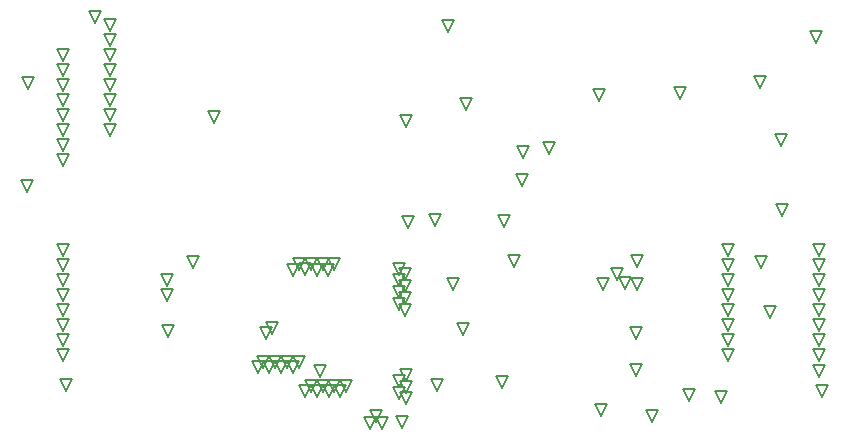
<source format=gbr>
%TF.GenerationSoftware,Altium Limited,Altium Designer,20.0.13 (296)*%
G04 Layer_Color=2752767*
%FSLAX26Y26*%
%MOIN*%
%TF.FileFunction,Drawing*%
%TF.Part,Single*%
G01*
G75*
%TA.AperFunction,NonConductor*%
%ADD93C,0.005000*%
D93*
X1599409Y1341220D02*
X1579409Y1381220D01*
X1619409D01*
X1599409Y1341220D01*
X819882Y1036102D02*
X799882Y1076102D01*
X839882D01*
X819882Y1036102D01*
X424213Y1368780D02*
X404213Y1408780D01*
X444213D01*
X424213Y1368780D01*
X199803Y1149291D02*
X179803Y1189291D01*
X219803D01*
X199803Y1149291D01*
X195866Y805787D02*
X175866Y845787D01*
X215866D01*
X195866Y805787D01*
X326772Y143386D02*
X306772Y183386D01*
X346772D01*
X326772Y143386D01*
X667323Y321535D02*
X647323Y361535D01*
X687323D01*
X667323Y321535D01*
X750000Y552835D02*
X730000Y592835D01*
X770000D01*
X750000Y552835D01*
X1464567Y685709D02*
X1444567Y725709D01*
X1484567D01*
X1464567Y685709D01*
X1659449Y1078425D02*
X1639449Y1118425D01*
X1679449D01*
X1659449Y1078425D01*
X1458661Y1024291D02*
X1438661Y1064291D01*
X1478661D01*
X1458661Y1024291D01*
X1785433Y688661D02*
X1765433Y728661D01*
X1805433D01*
X1785433Y688661D01*
X1844488Y826457D02*
X1824488Y866457D01*
X1864488D01*
X1844488Y826457D01*
X1848425Y919961D02*
X1828425Y959961D01*
X1868425D01*
X1848425Y919961D01*
X1936024Y933740D02*
X1916024Y973740D01*
X1956024D01*
X1936024Y933740D01*
X2102362Y1109921D02*
X2082362Y1149921D01*
X2122362D01*
X2102362Y1109921D01*
X2372047Y1114842D02*
X2352047Y1154842D01*
X2392047D01*
X2372047Y1114842D01*
X2825787Y1302835D02*
X2805787Y1342835D01*
X2845787D01*
X2825787Y1302835D01*
X2639764Y1154213D02*
X2619764Y1194213D01*
X2659764D01*
X2639764Y1154213D01*
X2707677Y958346D02*
X2687677Y998346D01*
X2727677D01*
X2707677Y958346D01*
X2713583Y728032D02*
X2693583Y768032D01*
X2733583D01*
X2713583Y728032D01*
X2847441Y123701D02*
X2827441Y163701D01*
X2867441D01*
X2847441Y123701D01*
X2641732Y553819D02*
X2621732Y593819D01*
X2661732D01*
X2641732Y553819D01*
X2672244Y385512D02*
X2652244Y425512D01*
X2692244D01*
X2672244Y385512D01*
X2401575Y108937D02*
X2381575Y148937D01*
X2421575D01*
X2401575Y108937D01*
X2510827Y102047D02*
X2490827Y142047D01*
X2530827D01*
X2510827Y102047D01*
X2109252Y59724D02*
X2089252Y99724D01*
X2129252D01*
X2109252Y59724D01*
X1780512Y154213D02*
X1760512Y194213D01*
X1800512D01*
X1780512Y154213D01*
X1563976Y142402D02*
X1543976Y182402D01*
X1583976D01*
X1563976Y142402D01*
X1446850Y18386D02*
X1426850Y58386D01*
X1466850D01*
X1446850Y18386D01*
X1171260Y190630D02*
X1151260Y230630D01*
X1191260D01*
X1171260Y190630D01*
X2224409Y316122D02*
X2204409Y356122D01*
X2244409D01*
X2224409Y316122D01*
X1557087Y691614D02*
X1537087Y731614D01*
X1577087D01*
X1557087Y691614D01*
X1123241Y528477D02*
X1103241Y568477D01*
X1143241D01*
X1123241Y528477D01*
X1220473Y546929D02*
X1200473Y586929D01*
X1240473D01*
X1220473Y546929D01*
X1102362D02*
X1082362Y586929D01*
X1122362D01*
X1102362Y546929D01*
X1141226D02*
X1121226Y586929D01*
X1161226D01*
X1141226Y546929D01*
X1181102D02*
X1161102Y586929D01*
X1201102D01*
X1181102Y546929D01*
X984252Y221142D02*
X964252Y261142D01*
X1004252D01*
X984252Y221142D01*
X1102362D02*
X1082362Y261142D01*
X1122362D01*
X1102362Y221142D01*
X2531496Y542402D02*
X2511496Y582402D01*
X2551496D01*
X2531496Y542402D01*
X2224409Y193583D02*
X2204409Y233583D01*
X2244409D01*
X2224409Y193583D01*
X2278008Y39055D02*
X2258008Y79055D01*
X2298008D01*
X2278008Y39055D01*
X2836614Y242402D02*
X2816614Y282402D01*
X2856614D01*
X2836614Y242402D01*
X2834646Y292402D02*
X2814646Y332402D01*
X2854646D01*
X2834646Y292402D01*
Y592402D02*
X2814646Y632402D01*
X2854646D01*
X2834646Y592402D01*
X2188976Y481969D02*
X2168976Y521969D01*
X2208976D01*
X2188976Y481969D01*
X2229331Y555787D02*
X2209331Y595787D01*
X2249331D01*
X2229331Y555787D01*
Y480000D02*
X2209331Y520000D01*
X2249331D01*
X2229331Y480000D01*
X2116142D02*
X2096142Y520000D01*
X2136142D01*
X2116142Y480000D01*
X1819882Y555787D02*
X1799882Y595787D01*
X1839882D01*
X1819882Y555787D01*
X1647638Y331378D02*
X1627638Y371378D01*
X1667638D01*
X1647638Y331378D01*
X2163386Y511496D02*
X2143386Y551496D01*
X2183386D01*
X2163386Y511496D01*
X1616142Y480000D02*
X1596142Y520000D01*
X1636142D01*
X1616142Y480000D01*
X1013487Y334584D02*
X993487Y374584D01*
X1033487D01*
X1013487Y334584D01*
X1458898Y176850D02*
X1438898Y216850D01*
X1478898D01*
X1458898Y176850D01*
Y137480D02*
X1438898Y177480D01*
X1478898D01*
X1458898Y137480D01*
X2834717Y191237D02*
X2814717Y231237D01*
X2854717D01*
X2834717Y191237D01*
X2834646Y342402D02*
X2814646Y382402D01*
X2854646D01*
X2834646Y342402D01*
Y492402D02*
X2814646Y532402D01*
X2854646D01*
X2834646Y492402D01*
Y542402D02*
X2814646Y582402D01*
X2854646D01*
X2834646Y542402D01*
Y392402D02*
X2814646Y432402D01*
X2854646D01*
X2834646Y392402D01*
Y442402D02*
X2814646Y482402D01*
X2854646D01*
X2834646Y442402D01*
X1161417Y527284D02*
X1141417Y567284D01*
X1181417D01*
X1161417Y527284D01*
X1200787D02*
X1180787Y567284D01*
X1220787D01*
X1200787Y527284D01*
X1082677D02*
X1062677Y567284D01*
X1102677D01*
X1082677Y527284D01*
X314961Y542402D02*
X294961Y582402D01*
X334961D01*
X314961Y542402D01*
Y392402D02*
X294961Y432402D01*
X334961D01*
X314961Y392402D01*
X472441Y992402D02*
X452441Y1032402D01*
X492441D01*
X472441Y992402D01*
X1437047Y531181D02*
X1417047Y571181D01*
X1457047D01*
X1437047Y531181D01*
X2531496Y242402D02*
X2511496Y282402D01*
X2551496D01*
X2531496Y242402D01*
Y292402D02*
X2511496Y332402D01*
X2551496D01*
X2531496Y292402D01*
Y342402D02*
X2511496Y382402D01*
X2551496D01*
X2531496Y342402D01*
Y392402D02*
X2511496Y432402D01*
X2551496D01*
X2531496Y392402D01*
Y442402D02*
X2511496Y482402D01*
X2551496D01*
X2531496Y442402D01*
Y492402D02*
X2511496Y532402D01*
X2551496D01*
X2531496Y492402D01*
Y592402D02*
X2511496Y632402D01*
X2551496D01*
X2531496Y592402D01*
X661417Y442402D02*
X641417Y482402D01*
X681417D01*
X661417Y442402D01*
X993841Y314899D02*
X973841Y354899D01*
X1013841D01*
X993841Y314899D01*
X661417Y492402D02*
X641417Y532402D01*
X681417D01*
X661417Y492402D01*
X473425Y1043579D02*
X453425Y1083579D01*
X493425D01*
X473425Y1043579D01*
X1082677Y201496D02*
X1062677Y241496D01*
X1102677D01*
X1082677Y201496D01*
X1062992Y221142D02*
X1042992Y261142D01*
X1082992D01*
X1062992Y221142D01*
X1043814Y201496D02*
X1023814Y241496D01*
X1063814D01*
X1043814Y201496D01*
X1023622Y221142D02*
X1003622Y261142D01*
X1043622D01*
X1023622Y221142D01*
X1003937Y201496D02*
X983937Y241496D01*
X1023937D01*
X1003937Y201496D01*
X964567D02*
X944567Y241496D01*
X984567D01*
X964567Y201496D01*
X1437047Y452441D02*
X1417047Y492441D01*
X1457047D01*
X1437047Y452441D01*
Y491811D02*
X1417047Y531811D01*
X1457047D01*
X1437047Y491811D01*
X314961Y892402D02*
X294961Y932402D01*
X334961D01*
X314961Y892402D01*
Y942402D02*
X294961Y982402D01*
X334961D01*
X314961Y942402D01*
Y992402D02*
X294961Y1032402D01*
X334961D01*
X314961Y992402D01*
X314961Y1042402D02*
X294961Y1082402D01*
X334961D01*
X314961Y1042402D01*
X314961Y1092402D02*
X294961Y1132402D01*
X334961D01*
X314961Y1092402D01*
Y1142402D02*
X294961Y1182402D01*
X334961D01*
X314961Y1142402D01*
Y1192402D02*
X294961Y1232402D01*
X334961D01*
X314961Y1192402D01*
Y1242402D02*
X294961Y1282402D01*
X334961D01*
X314961Y1242402D01*
X1259843Y141378D02*
X1239843Y181378D01*
X1279843D01*
X1259843Y141378D01*
X1240158Y121732D02*
X1220158Y161732D01*
X1260158D01*
X1240158Y121732D01*
X1220473Y141378D02*
X1200473Y181378D01*
X1240473D01*
X1220473Y141378D01*
X1201294Y121732D02*
X1181294Y161732D01*
X1221294D01*
X1201294Y121732D01*
X1181102Y141378D02*
X1161102Y181378D01*
X1201102D01*
X1181102Y141378D01*
X1161417Y121732D02*
X1141417Y161732D01*
X1181417D01*
X1161417Y121732D01*
X1141732Y141378D02*
X1121732Y181378D01*
X1161732D01*
X1141732Y141378D01*
X1122047Y121732D02*
X1102047Y161732D01*
X1142047D01*
X1122047Y121732D01*
X1458898Y98110D02*
X1438898Y138110D01*
X1478898D01*
X1458898Y98110D01*
X1338583Y17165D02*
X1318583Y57165D01*
X1358583D01*
X1338583Y17165D01*
X1377953D02*
X1357953Y57165D01*
X1397953D01*
X1377953Y17165D01*
X314961Y592402D02*
X294961Y632402D01*
X334961D01*
X314961Y592402D01*
X314961Y492402D02*
X294961Y532402D01*
X334961D01*
X314961Y492402D01*
X314961Y442402D02*
X294961Y482402D01*
X334961D01*
X314961Y442402D01*
Y342402D02*
X294961Y382402D01*
X334961D01*
X314961Y342402D01*
Y292402D02*
X294961Y332402D01*
X334961D01*
X314961Y292402D01*
X314961Y242402D02*
X294961Y282402D01*
X334961D01*
X314961Y242402D01*
X1437047Y157165D02*
X1417047Y197165D01*
X1457047D01*
X1437047Y157165D01*
Y117795D02*
X1417047Y157795D01*
X1457047D01*
X1437047Y117795D01*
X1358268Y39016D02*
X1338268Y79016D01*
X1378268D01*
X1358268Y39016D01*
X1456693Y393386D02*
X1436693Y433386D01*
X1476693D01*
X1456693Y393386D01*
X1437047Y413071D02*
X1417047Y453071D01*
X1457047D01*
X1437047Y413071D01*
X1456693Y432756D02*
X1436693Y472756D01*
X1476693D01*
X1456693Y432756D01*
Y472633D02*
X1436693Y512633D01*
X1476693D01*
X1456693Y472633D01*
Y511496D02*
X1436693Y551496D01*
X1476693D01*
X1456693Y511496D01*
X472441Y1092401D02*
X452441Y1132401D01*
X492441D01*
X472441Y1092401D01*
Y1142401D02*
X452441Y1182401D01*
X492441D01*
X472441Y1142401D01*
Y1192401D02*
X452441Y1232401D01*
X492441D01*
X472441Y1192401D01*
Y1242401D02*
X452441Y1282401D01*
X492441D01*
X472441Y1242401D01*
X472441Y1292401D02*
X452441Y1332401D01*
X492441D01*
X472441Y1292401D01*
X472441Y1342401D02*
X452441Y1382401D01*
X492441D01*
X472441Y1342401D01*
%TF.MD5,124e8ac946f12bfb941668a4f6f8cd68*%
M02*

</source>
